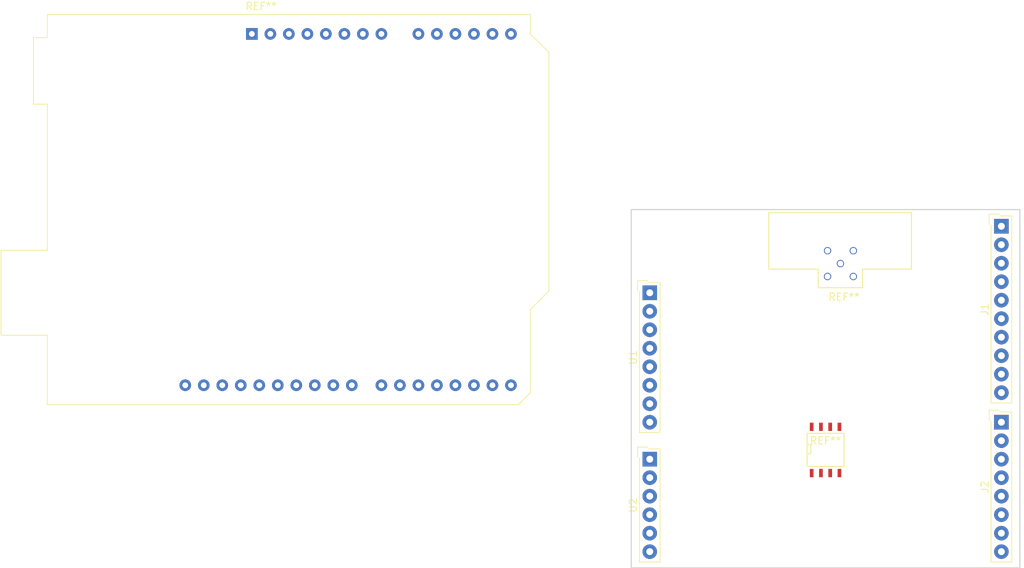
<source format=kicad_pcb>
(kicad_pcb (version 4) (host pcbnew 4.0.7)

  (general
    (links 0)
    (no_connects 0)
    (area 135.814999 101.524999 193.115001 151.855001)
    (thickness 1.6)
    (drawings 4)
    (tracks 0)
    (zones 0)
    (modules 7)
    (nets 33)
  )

  (page A4)
  (layers
    (0 F.Cu signal)
    (31 B.Cu signal)
    (32 B.Adhes user)
    (33 F.Adhes user)
    (34 B.Paste user)
    (35 F.Paste user)
    (36 B.SilkS user)
    (37 F.SilkS user)
    (38 B.Mask user)
    (39 F.Mask user)
    (40 Dwgs.User user)
    (41 Cmts.User user)
    (42 Eco1.User user)
    (43 Eco2.User user)
    (44 Edge.Cuts user)
    (45 Margin user)
    (46 B.CrtYd user)
    (47 F.CrtYd user)
    (48 B.Fab user)
    (49 F.Fab user)
  )

  (setup
    (last_trace_width 0.25)
    (trace_clearance 0.2)
    (zone_clearance 0.508)
    (zone_45_only no)
    (trace_min 0.2)
    (segment_width 0.2)
    (edge_width 0.15)
    (via_size 0.6)
    (via_drill 0.4)
    (via_min_size 0.4)
    (via_min_drill 0.3)
    (uvia_size 0.3)
    (uvia_drill 0.1)
    (uvias_allowed no)
    (uvia_min_size 0.2)
    (uvia_min_drill 0.1)
    (pcb_text_width 0.3)
    (pcb_text_size 1.5 1.5)
    (mod_edge_width 0.15)
    (mod_text_size 1 1)
    (mod_text_width 0.15)
    (pad_size 1.524 1.524)
    (pad_drill 0.762)
    (pad_to_mask_clearance 0.2)
    (aux_axis_origin 0 0)
    (visible_elements 7FFFFFFF)
    (pcbplotparams
      (layerselection 0x010f0_80000001)
      (usegerberextensions true)
      (excludeedgelayer true)
      (linewidth 0.100000)
      (plotframeref false)
      (viasonmask false)
      (mode 1)
      (useauxorigin false)
      (hpglpennumber 1)
      (hpglpenspeed 20)
      (hpglpendiameter 15)
      (hpglpenoverlay 2)
      (psnegative false)
      (psa4output false)
      (plotreference true)
      (plotvalue true)
      (plotinvisibletext false)
      (padsonsilk false)
      (subtractmaskfromsilk false)
      (outputformat 1)
      (mirror false)
      (drillshape 0)
      (scaleselection 1)
      (outputdirectory ""))
  )

  (net 0 "")
  (net 1 "Net-(U1-Pad1)")
  (net 2 "Net-(U1-Pad2)")
  (net 3 "Net-(U1-Pad3)")
  (net 4 "Net-(U1-Pad4)")
  (net 5 "Net-(U1-Pad5)")
  (net 6 "Net-(U1-Pad6)")
  (net 7 "Net-(U1-Pad7)")
  (net 8 "Net-(U1-Pad8)")
  (net 9 "Net-(U2-Pad1)")
  (net 10 "Net-(U2-Pad2)")
  (net 11 "Net-(U2-Pad3)")
  (net 12 "Net-(U2-Pad4)")
  (net 13 "Net-(U2-Pad5)")
  (net 14 "Net-(U2-Pad6)")
  (net 15 "Net-(J1-Pad1)")
  (net 16 "Net-(J1-Pad2)")
  (net 17 "Net-(J1-Pad3)")
  (net 18 "Net-(J1-Pad4)")
  (net 19 "Net-(J1-Pad5)")
  (net 20 "Net-(J1-Pad6)")
  (net 21 "Net-(J1-Pad7)")
  (net 22 "Net-(J1-Pad8)")
  (net 23 "Net-(J1-Pad9)")
  (net 24 "Net-(J1-Pad10)")
  (net 25 "Net-(J2-Pad1)")
  (net 26 "Net-(J2-Pad2)")
  (net 27 "Net-(J2-Pad3)")
  (net 28 "Net-(J2-Pad4)")
  (net 29 "Net-(J2-Pad5)")
  (net 30 "Net-(J2-Pad6)")
  (net 31 "Net-(J2-Pad7)")
  (net 32 "Net-(J2-Pad8)")

  (net_class Default "This is the default net class."
    (clearance 0.2)
    (trace_width 0.25)
    (via_dia 0.6)
    (via_drill 0.4)
    (uvia_dia 0.3)
    (uvia_drill 0.1)
    (add_net "Net-(J1-Pad1)")
    (add_net "Net-(J1-Pad10)")
    (add_net "Net-(J1-Pad2)")
    (add_net "Net-(J1-Pad3)")
    (add_net "Net-(J1-Pad4)")
    (add_net "Net-(J1-Pad5)")
    (add_net "Net-(J1-Pad6)")
    (add_net "Net-(J1-Pad7)")
    (add_net "Net-(J1-Pad8)")
    (add_net "Net-(J1-Pad9)")
    (add_net "Net-(J2-Pad1)")
    (add_net "Net-(J2-Pad2)")
    (add_net "Net-(J2-Pad3)")
    (add_net "Net-(J2-Pad4)")
    (add_net "Net-(J2-Pad5)")
    (add_net "Net-(J2-Pad6)")
    (add_net "Net-(J2-Pad7)")
    (add_net "Net-(J2-Pad8)")
    (add_net "Net-(U1-Pad1)")
    (add_net "Net-(U1-Pad2)")
    (add_net "Net-(U1-Pad3)")
    (add_net "Net-(U1-Pad4)")
    (add_net "Net-(U1-Pad5)")
    (add_net "Net-(U1-Pad6)")
    (add_net "Net-(U1-Pad7)")
    (add_net "Net-(U1-Pad8)")
    (add_net "Net-(U2-Pad1)")
    (add_net "Net-(U2-Pad2)")
    (add_net "Net-(U2-Pad3)")
    (add_net "Net-(U2-Pad4)")
    (add_net "Net-(U2-Pad5)")
    (add_net "Net-(U2-Pad6)")
  )

  (module Connectors_Samtec:SL-108-X-XX_1x08 (layer F.Cu) (tedit 59BD7D3C) (tstamp 59BD731A)
    (at 138.43 104.14)
    (descr "Low profile, screw machine socket strip, through hole, 100mil / 2.54mm pitch")
    (tags "samtec socket strip tht single")
    (path /59BD729D)
    (fp_text reference U1 (at -2.27 8.89 90) (layer F.SilkS)
      (effects (font (size 1 1) (thickness 0.15)))
    )
    (fp_text value CN6 (at 2.27 8.89 90) (layer F.Fab)
      (effects (font (size 1 1) (thickness 0.15)))
    )
    (fp_line (start -0.17 -1.42) (end 1.42 -1.42) (layer F.SilkS) (width 0.12))
    (fp_line (start 1.42 -1.42) (end 1.42 19.2) (layer F.SilkS) (width 0.12))
    (fp_line (start 1.42 19.2) (end -1.42 19.2) (layer F.SilkS) (width 0.12))
    (fp_line (start -1.42 19.2) (end -1.42 -0.17) (layer F.SilkS) (width 0.12))
    (fp_line (start -0.27 -1.67) (end -1.67 -1.67) (layer F.SilkS) (width 0.12))
    (fp_line (start -1.67 -1.67) (end -1.67 -0.27) (layer F.SilkS) (width 0.12))
    (fp_line (start -0.27 -1.67) (end -1.67 -1.67) (layer F.Fab) (width 0.1))
    (fp_line (start -1.67 -1.67) (end -1.67 -0.27) (layer F.Fab) (width 0.1))
    (fp_line (start -1.27 -1.27) (end -1.27 19.05) (layer F.Fab) (width 0.1))
    (fp_line (start -1.27 19.05) (end 1.27 19.05) (layer F.Fab) (width 0.1))
    (fp_line (start 1.27 19.05) (end 1.27 -1.27) (layer F.Fab) (width 0.1))
    (fp_line (start 1.27 -1.27) (end -1.27 -1.27) (layer F.Fab) (width 0.1))
    (fp_line (start -1.77 -1.77) (end -1.77 19.55) (layer F.CrtYd) (width 0.05))
    (fp_line (start -1.77 19.55) (end 1.77 19.55) (layer F.CrtYd) (width 0.05))
    (fp_line (start 1.77 19.55) (end 1.77 -1.77) (layer F.CrtYd) (width 0.05))
    (fp_line (start 1.77 -1.77) (end -1.77 -1.77) (layer F.CrtYd) (width 0.05))
    (fp_line (start -1.27 1.27) (end -1.07 1.27) (layer F.Fab) (width 0.1))
    (fp_line (start 1.27 1.27) (end 1.07 1.27) (layer F.Fab) (width 0.1))
    (fp_line (start -1.27 3.81) (end -1.07 3.81) (layer F.Fab) (width 0.1))
    (fp_line (start 1.27 3.81) (end 1.07 3.81) (layer F.Fab) (width 0.1))
    (fp_line (start -1.27 6.35) (end -1.07 6.35) (layer F.Fab) (width 0.1))
    (fp_line (start 1.27 6.35) (end 1.07 6.35) (layer F.Fab) (width 0.1))
    (fp_line (start -1.27 8.89) (end -1.07 8.89) (layer F.Fab) (width 0.1))
    (fp_line (start 1.27 8.89) (end 1.07 8.89) (layer F.Fab) (width 0.1))
    (fp_line (start -1.27 11.43) (end -1.07 11.43) (layer F.Fab) (width 0.1))
    (fp_line (start 1.27 11.43) (end 1.07 11.43) (layer F.Fab) (width 0.1))
    (fp_line (start -1.27 13.97) (end -1.07 13.97) (layer F.Fab) (width 0.1))
    (fp_line (start 1.27 13.97) (end 1.07 13.97) (layer F.Fab) (width 0.1))
    (fp_line (start -1.27 16.51) (end -1.07 16.51) (layer F.Fab) (width 0.1))
    (fp_line (start 1.27 16.51) (end 1.07 16.51) (layer F.Fab) (width 0.1))
    (fp_line (start -1.27 19.05) (end -1.07 19.05) (layer F.Fab) (width 0.1))
    (fp_line (start 1.27 19.05) (end 1.07 19.05) (layer F.Fab) (width 0.1))
    (fp_text user %R (at 0 8.89 90) (layer F.Fab)
      (effects (font (size 1 1) (thickness 0.15)))
    )
    (pad 1 thru_hole rect (at 0 0) (size 2 2) (drill 0.95) (layers *.Cu *.Mask)
      (net 1 "Net-(U1-Pad1)"))
    (pad 2 thru_hole circle (at 0 2.54) (size 2 2) (drill 0.95) (layers *.Cu *.Mask)
      (net 2 "Net-(U1-Pad2)"))
    (pad 3 thru_hole circle (at 0 5.08) (size 2 2) (drill 0.95) (layers *.Cu *.Mask)
      (net 3 "Net-(U1-Pad3)"))
    (pad 4 thru_hole circle (at 0 7.62) (size 2 2) (drill 0.95) (layers *.Cu *.Mask)
      (net 4 "Net-(U1-Pad4)"))
    (pad 5 thru_hole circle (at 0 10.16) (size 2 2) (drill 0.95) (layers *.Cu *.Mask)
      (net 5 "Net-(U1-Pad5)"))
    (pad 6 thru_hole circle (at 0 12.7) (size 2 2) (drill 0.95) (layers *.Cu *.Mask)
      (net 6 "Net-(U1-Pad6)"))
    (pad 7 thru_hole circle (at 0 15.24) (size 2 2) (drill 0.95) (layers *.Cu *.Mask)
      (net 7 "Net-(U1-Pad7)"))
    (pad 8 thru_hole circle (at 0 17.78) (size 2 2) (drill 0.95) (layers *.Cu *.Mask)
      (net 8 "Net-(U1-Pad8)"))
    (model ${KISYS3DMOD}/Connectors_Samtec.3dshapes/SL-108-X-XX_1x08.wrl
      (at (xyz 0 0 0))
      (scale (xyz 1 1 1))
      (rotate (xyz 0 0 0))
    )
  )

  (module Connectors_Samtec:SL-106-X-XX_1x06 (layer F.Cu) (tedit 590274D5) (tstamp 59BD7324)
    (at 138.43 127)
    (descr "Low profile, screw machine socket strip, through hole, 100mil / 2.54mm pitch")
    (tags "samtec socket strip tht single")
    (path /59BD72E8)
    (fp_text reference U2 (at -2.27 6.35 90) (layer F.SilkS)
      (effects (font (size 1 1) (thickness 0.15)))
    )
    (fp_text value CN8 (at 2.27 6.35 90) (layer F.Fab)
      (effects (font (size 1 1) (thickness 0.15)))
    )
    (fp_line (start -0.17 -1.42) (end 1.42 -1.42) (layer F.SilkS) (width 0.12))
    (fp_line (start 1.42 -1.42) (end 1.42 14.12) (layer F.SilkS) (width 0.12))
    (fp_line (start 1.42 14.12) (end -1.42 14.12) (layer F.SilkS) (width 0.12))
    (fp_line (start -1.42 14.12) (end -1.42 -0.17) (layer F.SilkS) (width 0.12))
    (fp_line (start -0.27 -1.67) (end -1.67 -1.67) (layer F.SilkS) (width 0.12))
    (fp_line (start -1.67 -1.67) (end -1.67 -0.27) (layer F.SilkS) (width 0.12))
    (fp_line (start -0.27 -1.67) (end -1.67 -1.67) (layer F.Fab) (width 0.1))
    (fp_line (start -1.67 -1.67) (end -1.67 -0.27) (layer F.Fab) (width 0.1))
    (fp_line (start -1.27 -1.27) (end -1.27 13.97) (layer F.Fab) (width 0.1))
    (fp_line (start -1.27 13.97) (end 1.27 13.97) (layer F.Fab) (width 0.1))
    (fp_line (start 1.27 13.97) (end 1.27 -1.27) (layer F.Fab) (width 0.1))
    (fp_line (start 1.27 -1.27) (end -1.27 -1.27) (layer F.Fab) (width 0.1))
    (fp_line (start -1.77 -1.77) (end -1.77 14.47) (layer F.CrtYd) (width 0.05))
    (fp_line (start -1.77 14.47) (end 1.77 14.47) (layer F.CrtYd) (width 0.05))
    (fp_line (start 1.77 14.47) (end 1.77 -1.77) (layer F.CrtYd) (width 0.05))
    (fp_line (start 1.77 -1.77) (end -1.77 -1.77) (layer F.CrtYd) (width 0.05))
    (fp_line (start -1.27 1.27) (end -1.07 1.27) (layer F.Fab) (width 0.1))
    (fp_line (start 1.27 1.27) (end 1.07 1.27) (layer F.Fab) (width 0.1))
    (fp_line (start -1.27 3.81) (end -1.07 3.81) (layer F.Fab) (width 0.1))
    (fp_line (start 1.27 3.81) (end 1.07 3.81) (layer F.Fab) (width 0.1))
    (fp_line (start -1.27 6.35) (end -1.07 6.35) (layer F.Fab) (width 0.1))
    (fp_line (start 1.27 6.35) (end 1.07 6.35) (layer F.Fab) (width 0.1))
    (fp_line (start -1.27 8.89) (end -1.07 8.89) (layer F.Fab) (width 0.1))
    (fp_line (start 1.27 8.89) (end 1.07 8.89) (layer F.Fab) (width 0.1))
    (fp_line (start -1.27 11.43) (end -1.07 11.43) (layer F.Fab) (width 0.1))
    (fp_line (start 1.27 11.43) (end 1.07 11.43) (layer F.Fab) (width 0.1))
    (fp_line (start -1.27 13.97) (end -1.07 13.97) (layer F.Fab) (width 0.1))
    (fp_line (start 1.27 13.97) (end 1.07 13.97) (layer F.Fab) (width 0.1))
    (fp_text user %R (at 0 6.35 90) (layer F.Fab)
      (effects (font (size 1 1) (thickness 0.15)))
    )
    (pad 1 thru_hole rect (at 0 0) (size 2 2) (drill 0.95) (layers *.Cu *.Mask)
      (net 9 "Net-(U2-Pad1)"))
    (pad 2 thru_hole circle (at 0 2.54) (size 2 2) (drill 0.95) (layers *.Cu *.Mask)
      (net 10 "Net-(U2-Pad2)"))
    (pad 3 thru_hole circle (at 0 5.08) (size 2 2) (drill 0.95) (layers *.Cu *.Mask)
      (net 11 "Net-(U2-Pad3)"))
    (pad 4 thru_hole circle (at 0 7.62) (size 2 2) (drill 0.95) (layers *.Cu *.Mask)
      (net 12 "Net-(U2-Pad4)"))
    (pad 5 thru_hole circle (at 0 10.16) (size 2 2) (drill 0.95) (layers *.Cu *.Mask)
      (net 13 "Net-(U2-Pad5)"))
    (pad 6 thru_hole circle (at 0 12.7) (size 2 2) (drill 0.95) (layers *.Cu *.Mask)
      (net 14 "Net-(U2-Pad6)"))
    (model ${KISYS3DMOD}/Connectors_Samtec.3dshapes/SL-106-X-XX_1x06.wrl
      (at (xyz 0 0 0))
      (scale (xyz 1 1 1))
      (rotate (xyz 0 0 0))
    )
  )

  (module Connectors_Samtec:SL-110-X-XX_1x10 (layer F.Cu) (tedit 590274D5) (tstamp 59C449CB)
    (at 186.69 95)
    (descr "Low profile, screw machine socket strip, through hole, 100mil / 2.54mm pitch")
    (tags "samtec socket strip tht single")
    (path /59C43F10)
    (fp_text reference J1 (at -2.27 11.43 90) (layer F.SilkS)
      (effects (font (size 1 1) (thickness 0.15)))
    )
    (fp_text value CN5 (at 2.27 11.43 90) (layer F.Fab)
      (effects (font (size 1 1) (thickness 0.15)))
    )
    (fp_line (start -0.17 -1.42) (end 1.42 -1.42) (layer F.SilkS) (width 0.12))
    (fp_line (start 1.42 -1.42) (end 1.42 24.28) (layer F.SilkS) (width 0.12))
    (fp_line (start 1.42 24.28) (end -1.42 24.28) (layer F.SilkS) (width 0.12))
    (fp_line (start -1.42 24.28) (end -1.42 -0.17) (layer F.SilkS) (width 0.12))
    (fp_line (start -0.27 -1.67) (end -1.67 -1.67) (layer F.SilkS) (width 0.12))
    (fp_line (start -1.67 -1.67) (end -1.67 -0.27) (layer F.SilkS) (width 0.12))
    (fp_line (start -0.27 -1.67) (end -1.67 -1.67) (layer F.Fab) (width 0.1))
    (fp_line (start -1.67 -1.67) (end -1.67 -0.27) (layer F.Fab) (width 0.1))
    (fp_line (start -1.27 -1.27) (end -1.27 24.13) (layer F.Fab) (width 0.1))
    (fp_line (start -1.27 24.13) (end 1.27 24.13) (layer F.Fab) (width 0.1))
    (fp_line (start 1.27 24.13) (end 1.27 -1.27) (layer F.Fab) (width 0.1))
    (fp_line (start 1.27 -1.27) (end -1.27 -1.27) (layer F.Fab) (width 0.1))
    (fp_line (start -1.77 -1.77) (end -1.77 24.63) (layer F.CrtYd) (width 0.05))
    (fp_line (start -1.77 24.63) (end 1.77 24.63) (layer F.CrtYd) (width 0.05))
    (fp_line (start 1.77 24.63) (end 1.77 -1.77) (layer F.CrtYd) (width 0.05))
    (fp_line (start 1.77 -1.77) (end -1.77 -1.77) (layer F.CrtYd) (width 0.05))
    (fp_line (start -1.27 1.27) (end -1.07 1.27) (layer F.Fab) (width 0.1))
    (fp_line (start 1.27 1.27) (end 1.07 1.27) (layer F.Fab) (width 0.1))
    (fp_line (start -1.27 3.81) (end -1.07 3.81) (layer F.Fab) (width 0.1))
    (fp_line (start 1.27 3.81) (end 1.07 3.81) (layer F.Fab) (width 0.1))
    (fp_line (start -1.27 6.35) (end -1.07 6.35) (layer F.Fab) (width 0.1))
    (fp_line (start 1.27 6.35) (end 1.07 6.35) (layer F.Fab) (width 0.1))
    (fp_line (start -1.27 8.89) (end -1.07 8.89) (layer F.Fab) (width 0.1))
    (fp_line (start 1.27 8.89) (end 1.07 8.89) (layer F.Fab) (width 0.1))
    (fp_line (start -1.27 11.43) (end -1.07 11.43) (layer F.Fab) (width 0.1))
    (fp_line (start 1.27 11.43) (end 1.07 11.43) (layer F.Fab) (width 0.1))
    (fp_line (start -1.27 13.97) (end -1.07 13.97) (layer F.Fab) (width 0.1))
    (fp_line (start 1.27 13.97) (end 1.07 13.97) (layer F.Fab) (width 0.1))
    (fp_line (start -1.27 16.51) (end -1.07 16.51) (layer F.Fab) (width 0.1))
    (fp_line (start 1.27 16.51) (end 1.07 16.51) (layer F.Fab) (width 0.1))
    (fp_line (start -1.27 19.05) (end -1.07 19.05) (layer F.Fab) (width 0.1))
    (fp_line (start 1.27 19.05) (end 1.07 19.05) (layer F.Fab) (width 0.1))
    (fp_line (start -1.27 21.59) (end -1.07 21.59) (layer F.Fab) (width 0.1))
    (fp_line (start 1.27 21.59) (end 1.07 21.59) (layer F.Fab) (width 0.1))
    (fp_line (start -1.27 24.13) (end -1.07 24.13) (layer F.Fab) (width 0.1))
    (fp_line (start 1.27 24.13) (end 1.07 24.13) (layer F.Fab) (width 0.1))
    (fp_text user %R (at 0 11.43 90) (layer F.Fab)
      (effects (font (size 1 1) (thickness 0.15)))
    )
    (pad 1 thru_hole rect (at 0 0) (size 2 2) (drill 0.95) (layers *.Cu *.Mask)
      (net 15 "Net-(J1-Pad1)"))
    (pad 2 thru_hole circle (at 0 2.54) (size 2 2) (drill 0.95) (layers *.Cu *.Mask)
      (net 16 "Net-(J1-Pad2)"))
    (pad 3 thru_hole circle (at 0 5.08) (size 2 2) (drill 0.95) (layers *.Cu *.Mask)
      (net 17 "Net-(J1-Pad3)"))
    (pad 4 thru_hole circle (at 0 7.62) (size 2 2) (drill 0.95) (layers *.Cu *.Mask)
      (net 18 "Net-(J1-Pad4)"))
    (pad 5 thru_hole circle (at 0 10.16) (size 2 2) (drill 0.95) (layers *.Cu *.Mask)
      (net 19 "Net-(J1-Pad5)"))
    (pad 6 thru_hole circle (at 0 12.7) (size 2 2) (drill 0.95) (layers *.Cu *.Mask)
      (net 20 "Net-(J1-Pad6)"))
    (pad 7 thru_hole circle (at 0 15.24) (size 2 2) (drill 0.95) (layers *.Cu *.Mask)
      (net 21 "Net-(J1-Pad7)"))
    (pad 8 thru_hole circle (at 0 17.78) (size 2 2) (drill 0.95) (layers *.Cu *.Mask)
      (net 22 "Net-(J1-Pad8)"))
    (pad 9 thru_hole circle (at 0 20.32) (size 2 2) (drill 0.95) (layers *.Cu *.Mask)
      (net 23 "Net-(J1-Pad9)"))
    (pad 10 thru_hole circle (at 0 22.86) (size 2 2) (drill 0.95) (layers *.Cu *.Mask)
      (net 24 "Net-(J1-Pad10)"))
    (model ${KISYS3DMOD}/Connectors_Samtec.3dshapes/SL-110-X-XX_1x10.wrl
      (at (xyz 0 0 0))
      (scale (xyz 1 1 1))
      (rotate (xyz 0 0 0))
    )
  )

  (module Connectors_Samtec:SL-108-X-XX_1x08 (layer F.Cu) (tedit 590274D5) (tstamp 59C449F8)
    (at 186.69 121.92)
    (descr "Low profile, screw machine socket strip, through hole, 100mil / 2.54mm pitch")
    (tags "samtec socket strip tht single")
    (path /59C43F5D)
    (fp_text reference J2 (at -2.27 8.89 90) (layer F.SilkS)
      (effects (font (size 1 1) (thickness 0.15)))
    )
    (fp_text value CN9 (at 2.27 8.89 90) (layer F.Fab)
      (effects (font (size 1 1) (thickness 0.15)))
    )
    (fp_line (start -0.17 -1.42) (end 1.42 -1.42) (layer F.SilkS) (width 0.12))
    (fp_line (start 1.42 -1.42) (end 1.42 19.2) (layer F.SilkS) (width 0.12))
    (fp_line (start 1.42 19.2) (end -1.42 19.2) (layer F.SilkS) (width 0.12))
    (fp_line (start -1.42 19.2) (end -1.42 -0.17) (layer F.SilkS) (width 0.12))
    (fp_line (start -0.27 -1.67) (end -1.67 -1.67) (layer F.SilkS) (width 0.12))
    (fp_line (start -1.67 -1.67) (end -1.67 -0.27) (layer F.SilkS) (width 0.12))
    (fp_line (start -0.27 -1.67) (end -1.67 -1.67) (layer F.Fab) (width 0.1))
    (fp_line (start -1.67 -1.67) (end -1.67 -0.27) (layer F.Fab) (width 0.1))
    (fp_line (start -1.27 -1.27) (end -1.27 19.05) (layer F.Fab) (width 0.1))
    (fp_line (start -1.27 19.05) (end 1.27 19.05) (layer F.Fab) (width 0.1))
    (fp_line (start 1.27 19.05) (end 1.27 -1.27) (layer F.Fab) (width 0.1))
    (fp_line (start 1.27 -1.27) (end -1.27 -1.27) (layer F.Fab) (width 0.1))
    (fp_line (start -1.77 -1.77) (end -1.77 19.55) (layer F.CrtYd) (width 0.05))
    (fp_line (start -1.77 19.55) (end 1.77 19.55) (layer F.CrtYd) (width 0.05))
    (fp_line (start 1.77 19.55) (end 1.77 -1.77) (layer F.CrtYd) (width 0.05))
    (fp_line (start 1.77 -1.77) (end -1.77 -1.77) (layer F.CrtYd) (width 0.05))
    (fp_line (start -1.27 1.27) (end -1.07 1.27) (layer F.Fab) (width 0.1))
    (fp_line (start 1.27 1.27) (end 1.07 1.27) (layer F.Fab) (width 0.1))
    (fp_line (start -1.27 3.81) (end -1.07 3.81) (layer F.Fab) (width 0.1))
    (fp_line (start 1.27 3.81) (end 1.07 3.81) (layer F.Fab) (width 0.1))
    (fp_line (start -1.27 6.35) (end -1.07 6.35) (layer F.Fab) (width 0.1))
    (fp_line (start 1.27 6.35) (end 1.07 6.35) (layer F.Fab) (width 0.1))
    (fp_line (start -1.27 8.89) (end -1.07 8.89) (layer F.Fab) (width 0.1))
    (fp_line (start 1.27 8.89) (end 1.07 8.89) (layer F.Fab) (width 0.1))
    (fp_line (start -1.27 11.43) (end -1.07 11.43) (layer F.Fab) (width 0.1))
    (fp_line (start 1.27 11.43) (end 1.07 11.43) (layer F.Fab) (width 0.1))
    (fp_line (start -1.27 13.97) (end -1.07 13.97) (layer F.Fab) (width 0.1))
    (fp_line (start 1.27 13.97) (end 1.07 13.97) (layer F.Fab) (width 0.1))
    (fp_line (start -1.27 16.51) (end -1.07 16.51) (layer F.Fab) (width 0.1))
    (fp_line (start 1.27 16.51) (end 1.07 16.51) (layer F.Fab) (width 0.1))
    (fp_line (start -1.27 19.05) (end -1.07 19.05) (layer F.Fab) (width 0.1))
    (fp_line (start 1.27 19.05) (end 1.07 19.05) (layer F.Fab) (width 0.1))
    (fp_text user %R (at 0 8.89 90) (layer F.Fab)
      (effects (font (size 1 1) (thickness 0.15)))
    )
    (pad 1 thru_hole rect (at 0 0) (size 2 2) (drill 0.95) (layers *.Cu *.Mask)
      (net 25 "Net-(J2-Pad1)"))
    (pad 2 thru_hole circle (at 0 2.54) (size 2 2) (drill 0.95) (layers *.Cu *.Mask)
      (net 26 "Net-(J2-Pad2)"))
    (pad 3 thru_hole circle (at 0 5.08) (size 2 2) (drill 0.95) (layers *.Cu *.Mask)
      (net 27 "Net-(J2-Pad3)"))
    (pad 4 thru_hole circle (at 0 7.62) (size 2 2) (drill 0.95) (layers *.Cu *.Mask)
      (net 28 "Net-(J2-Pad4)"))
    (pad 5 thru_hole circle (at 0 10.16) (size 2 2) (drill 0.95) (layers *.Cu *.Mask)
      (net 29 "Net-(J2-Pad5)"))
    (pad 6 thru_hole circle (at 0 12.7) (size 2 2) (drill 0.95) (layers *.Cu *.Mask)
      (net 30 "Net-(J2-Pad6)"))
    (pad 7 thru_hole circle (at 0 15.24) (size 2 2) (drill 0.95) (layers *.Cu *.Mask)
      (net 31 "Net-(J2-Pad7)"))
    (pad 8 thru_hole circle (at 0 17.78) (size 2 2) (drill 0.95) (layers *.Cu *.Mask)
      (net 32 "Net-(J2-Pad8)"))
    (model ${KISYS3DMOD}/Connectors_Samtec.3dshapes/SL-108-X-XX_1x08.wrl
      (at (xyz 0 0 0))
      (scale (xyz 1 1 1))
      (rotate (xyz 0 0 0))
    )
  )

  (module MotorControllerStuff:CANadapter (layer F.Cu) (tedit 59DED71D) (tstamp 59DED7BC)
    (at 165.1 99.63)
    (fp_text reference REF** (at 0 5.08) (layer F.SilkS)
      (effects (font (size 1 1) (thickness 0.15)))
    )
    (fp_text value CANadapter (at 0 -7.62) (layer F.Fab)
      (effects (font (size 1 1) (thickness 0.15)))
    )
    (fp_line (start -10.25 -6.5) (end 9.25 -6.5) (layer F.SilkS) (width 0.15))
    (fp_line (start -9.89 1.27) (end -3.54 1.27) (layer F.SilkS) (width 0.15))
    (fp_line (start -3.54 1.27) (end -3.54 3.81) (layer F.SilkS) (width 0.15))
    (fp_line (start -3.54 3.81) (end 2.54 3.81) (layer F.SilkS) (width 0.15))
    (fp_line (start 2.54 3.81) (end 2.54 1.27) (layer F.SilkS) (width 0.15))
    (fp_line (start 2.54 1.27) (end 9.25 1.27) (layer F.SilkS) (width 0.15))
    (fp_line (start 9.25 1.27) (end 9.25 -6.5) (layer F.SilkS) (width 0.15))
    (fp_line (start -10.34 -6.5) (end -10.34 1.27) (layer F.SilkS) (width 0.15))
    (fp_line (start -10.25 1.27) (end -8.89 1.27) (layer F.SilkS) (width 0.15))
    (pad 1 thru_hole circle (at 1.27 -1.27) (size 1 1) (drill 0.762) (layers *.Cu *.Mask))
    (pad 2 thru_hole circle (at -2.27 -1.27) (size 1 1) (drill 0.762) (layers *.Cu *.Mask))
    (pad 3 thru_hole circle (at 1.27 2.27) (size 1 1) (drill 0.762) (layers *.Cu *.Mask))
    (pad 4 thru_hole circle (at -2.27 2.27) (size 1 1) (drill 0.762) (layers *.Cu *.Mask))
    (pad 5 thru_hole circle (at -0.5 0.5) (size 1 1) (drill 0.762) (layers *.Cu *.Mask))
  )

  (module SMD_Packages:SOIC-8-N (layer F.Cu) (tedit 0) (tstamp 59DED968)
    (at 162.56 125.73)
    (descr "Module Narrow CMS SOJ 8 pins large")
    (tags "CMS SOJ")
    (attr smd)
    (fp_text reference REF** (at 0 -1.27) (layer F.SilkS)
      (effects (font (size 1 1) (thickness 0.15)))
    )
    (fp_text value SOIC-8-N (at 0 1.27) (layer F.Fab)
      (effects (font (size 1 1) (thickness 0.15)))
    )
    (fp_line (start -2.54 -2.286) (end 2.54 -2.286) (layer F.SilkS) (width 0.15))
    (fp_line (start 2.54 -2.286) (end 2.54 2.286) (layer F.SilkS) (width 0.15))
    (fp_line (start 2.54 2.286) (end -2.54 2.286) (layer F.SilkS) (width 0.15))
    (fp_line (start -2.54 2.286) (end -2.54 -2.286) (layer F.SilkS) (width 0.15))
    (fp_line (start -2.54 -0.762) (end -2.032 -0.762) (layer F.SilkS) (width 0.15))
    (fp_line (start -2.032 -0.762) (end -2.032 0.508) (layer F.SilkS) (width 0.15))
    (fp_line (start -2.032 0.508) (end -2.54 0.508) (layer F.SilkS) (width 0.15))
    (pad 8 smd rect (at -1.905 -3.175) (size 0.508 1.143) (layers F.Cu F.Paste F.Mask))
    (pad 7 smd rect (at -0.635 -3.175) (size 0.508 1.143) (layers F.Cu F.Paste F.Mask))
    (pad 6 smd rect (at 0.635 -3.175) (size 0.508 1.143) (layers F.Cu F.Paste F.Mask))
    (pad 5 smd rect (at 1.905 -3.175) (size 0.508 1.143) (layers F.Cu F.Paste F.Mask))
    (pad 4 smd rect (at 1.905 3.175) (size 0.508 1.143) (layers F.Cu F.Paste F.Mask))
    (pad 3 smd rect (at 0.635 3.175) (size 0.508 1.143) (layers F.Cu F.Paste F.Mask))
    (pad 2 smd rect (at -0.635 3.175) (size 0.508 1.143) (layers F.Cu F.Paste F.Mask))
    (pad 1 smd rect (at -1.905 3.175) (size 0.508 1.143) (layers F.Cu F.Paste F.Mask))
    (model SMD_Packages.3dshapes/SOIC-8-N.wrl
      (at (xyz 0 0 0))
      (scale (xyz 0.5 0.38 0.5))
      (rotate (xyz 0 0 0))
    )
  )

  (module Modules:Arduino_UNO_R3 (layer F.Cu) (tedit 58AB60FC) (tstamp 59DEDAFA)
    (at 83.82 68.58)
    (descr "Arduino UNO R3, http://www.mouser.com/pdfdocs/Gravitech_Arduino_Nano3_0.pdf")
    (tags "Arduino UNO R3")
    (fp_text reference REF** (at 1.27 -3.81 180) (layer F.SilkS)
      (effects (font (size 1 1) (thickness 0.15)))
    )
    (fp_text value Arduino_UNO_R3 (at 0 22.86) (layer F.Fab)
      (effects (font (size 1 1) (thickness 0.15)))
    )
    (fp_text user %R (at 0 20.32 180) (layer F.Fab)
      (effects (font (size 1 1) (thickness 0.15)))
    )
    (fp_line (start 38.35 -2.79) (end 38.35 0) (layer F.CrtYd) (width 0.05))
    (fp_line (start 38.35 0) (end 40.89 2.54) (layer F.CrtYd) (width 0.05))
    (fp_line (start 40.89 2.54) (end 40.89 35.31) (layer F.CrtYd) (width 0.05))
    (fp_line (start 40.89 35.31) (end 38.35 37.85) (layer F.CrtYd) (width 0.05))
    (fp_line (start 38.35 37.85) (end 38.35 49.28) (layer F.CrtYd) (width 0.05))
    (fp_line (start 38.35 49.28) (end 36.58 51.05) (layer F.CrtYd) (width 0.05))
    (fp_line (start 36.58 51.05) (end -28.19 51.05) (layer F.CrtYd) (width 0.05))
    (fp_line (start -28.19 51.05) (end -28.19 41.53) (layer F.CrtYd) (width 0.05))
    (fp_line (start -28.19 41.53) (end -34.54 41.53) (layer F.CrtYd) (width 0.05))
    (fp_line (start -34.54 41.53) (end -34.54 29.59) (layer F.CrtYd) (width 0.05))
    (fp_line (start -34.54 29.59) (end -28.19 29.59) (layer F.CrtYd) (width 0.05))
    (fp_line (start -28.19 29.59) (end -28.19 9.78) (layer F.CrtYd) (width 0.05))
    (fp_line (start -28.19 9.78) (end -30.1 9.78) (layer F.CrtYd) (width 0.05))
    (fp_line (start -30.1 9.78) (end -30.1 0.38) (layer F.CrtYd) (width 0.05))
    (fp_line (start -30.1 0.38) (end -28.19 0.38) (layer F.CrtYd) (width 0.05))
    (fp_line (start -28.19 0.38) (end -28.19 -2.79) (layer F.CrtYd) (width 0.05))
    (fp_line (start -28.19 -2.79) (end 38.35 -2.79) (layer F.CrtYd) (width 0.05))
    (fp_line (start 40.77 35.31) (end 40.77 2.54) (layer F.SilkS) (width 0.12))
    (fp_line (start 40.77 2.54) (end 38.23 0) (layer F.SilkS) (width 0.12))
    (fp_line (start 38.23 0) (end 38.23 -2.67) (layer F.SilkS) (width 0.12))
    (fp_line (start 38.23 -2.67) (end -28.07 -2.67) (layer F.SilkS) (width 0.12))
    (fp_line (start -28.07 -2.67) (end -28.07 0.51) (layer F.SilkS) (width 0.12))
    (fp_line (start -28.07 0.51) (end -29.97 0.51) (layer F.SilkS) (width 0.12))
    (fp_line (start -29.97 0.51) (end -29.97 9.65) (layer F.SilkS) (width 0.12))
    (fp_line (start -29.97 9.65) (end -28.07 9.65) (layer F.SilkS) (width 0.12))
    (fp_line (start -28.07 9.65) (end -28.07 29.72) (layer F.SilkS) (width 0.12))
    (fp_line (start -28.07 29.72) (end -34.42 29.72) (layer F.SilkS) (width 0.12))
    (fp_line (start -34.42 29.72) (end -34.42 41.4) (layer F.SilkS) (width 0.12))
    (fp_line (start -34.42 41.4) (end -28.07 41.4) (layer F.SilkS) (width 0.12))
    (fp_line (start -28.07 41.4) (end -28.07 50.93) (layer F.SilkS) (width 0.12))
    (fp_line (start -28.07 50.93) (end 36.58 50.93) (layer F.SilkS) (width 0.12))
    (fp_line (start 36.58 50.93) (end 38.23 49.28) (layer F.SilkS) (width 0.12))
    (fp_line (start 38.23 49.28) (end 38.23 37.85) (layer F.SilkS) (width 0.12))
    (fp_line (start 38.23 37.85) (end 40.77 35.31) (layer F.SilkS) (width 0.12))
    (fp_line (start -34.29 29.84) (end -18.41 29.84) (layer F.Fab) (width 0.1))
    (fp_line (start -18.41 29.84) (end -18.41 41.27) (layer F.Fab) (width 0.1))
    (fp_line (start -18.41 41.27) (end -34.29 41.27) (layer F.Fab) (width 0.1))
    (fp_line (start -34.29 41.27) (end -34.29 29.84) (layer F.Fab) (width 0.1))
    (fp_line (start -29.84 0.64) (end -16.51 0.64) (layer F.Fab) (width 0.1))
    (fp_line (start -16.51 0.64) (end -16.51 9.53) (layer F.Fab) (width 0.1))
    (fp_line (start -16.51 9.53) (end -29.84 9.53) (layer F.Fab) (width 0.1))
    (fp_line (start -29.84 9.53) (end -29.84 0.64) (layer F.Fab) (width 0.1))
    (fp_line (start 38.1 37.85) (end 38.1 49.28) (layer F.Fab) (width 0.1))
    (fp_line (start 40.64 2.54) (end 40.64 35.31) (layer F.Fab) (width 0.1))
    (fp_line (start 40.64 35.31) (end 38.1 37.85) (layer F.Fab) (width 0.1))
    (fp_line (start 38.1 -2.54) (end 38.1 0) (layer F.Fab) (width 0.1))
    (fp_line (start 38.1 0) (end 40.64 2.54) (layer F.Fab) (width 0.1))
    (fp_line (start 38.1 49.28) (end 36.58 50.8) (layer F.Fab) (width 0.1))
    (fp_line (start 36.58 50.8) (end -27.94 50.8) (layer F.Fab) (width 0.1))
    (fp_line (start -27.94 50.8) (end -27.94 -2.54) (layer F.Fab) (width 0.1))
    (fp_line (start -27.94 -2.54) (end 38.1 -2.54) (layer F.Fab) (width 0.1))
    (pad 32 thru_hole oval (at -9.14 48.26 90) (size 1.6 1.6) (drill 0.8) (layers *.Cu *.Mask))
    (pad 31 thru_hole oval (at -6.6 48.26 90) (size 1.6 1.6) (drill 0.8) (layers *.Cu *.Mask))
    (pad 1 thru_hole rect (at 0 0 90) (size 1.6 1.6) (drill 0.8) (layers *.Cu *.Mask))
    (pad 17 thru_hole oval (at 30.48 48.26 90) (size 1.6 1.6) (drill 0.8) (layers *.Cu *.Mask))
    (pad 2 thru_hole oval (at 2.54 0 90) (size 1.6 1.6) (drill 0.8) (layers *.Cu *.Mask))
    (pad 18 thru_hole oval (at 27.94 48.26 90) (size 1.6 1.6) (drill 0.8) (layers *.Cu *.Mask))
    (pad 3 thru_hole oval (at 5.08 0 90) (size 1.6 1.6) (drill 0.8) (layers *.Cu *.Mask))
    (pad 19 thru_hole oval (at 25.4 48.26 90) (size 1.6 1.6) (drill 0.8) (layers *.Cu *.Mask))
    (pad 4 thru_hole oval (at 7.62 0 90) (size 1.6 1.6) (drill 0.8) (layers *.Cu *.Mask))
    (pad 20 thru_hole oval (at 22.86 48.26 90) (size 1.6 1.6) (drill 0.8) (layers *.Cu *.Mask))
    (pad 5 thru_hole oval (at 10.16 0 90) (size 1.6 1.6) (drill 0.8) (layers *.Cu *.Mask))
    (pad 21 thru_hole oval (at 20.32 48.26 90) (size 1.6 1.6) (drill 0.8) (layers *.Cu *.Mask))
    (pad 6 thru_hole oval (at 12.7 0 90) (size 1.6 1.6) (drill 0.8) (layers *.Cu *.Mask))
    (pad 22 thru_hole oval (at 17.78 48.26 90) (size 1.6 1.6) (drill 0.8) (layers *.Cu *.Mask))
    (pad 7 thru_hole oval (at 15.24 0 90) (size 1.6 1.6) (drill 0.8) (layers *.Cu *.Mask))
    (pad 23 thru_hole oval (at 13.72 48.26 90) (size 1.6 1.6) (drill 0.8) (layers *.Cu *.Mask))
    (pad 8 thru_hole oval (at 17.78 0 90) (size 1.6 1.6) (drill 0.8) (layers *.Cu *.Mask))
    (pad 24 thru_hole oval (at 11.18 48.26 90) (size 1.6 1.6) (drill 0.8) (layers *.Cu *.Mask))
    (pad 9 thru_hole oval (at 22.86 0 90) (size 1.6 1.6) (drill 0.8) (layers *.Cu *.Mask))
    (pad 25 thru_hole oval (at 8.64 48.26 90) (size 1.6 1.6) (drill 0.8) (layers *.Cu *.Mask))
    (pad 10 thru_hole oval (at 25.4 0 90) (size 1.6 1.6) (drill 0.8) (layers *.Cu *.Mask))
    (pad 26 thru_hole oval (at 6.1 48.26 90) (size 1.6 1.6) (drill 0.8) (layers *.Cu *.Mask))
    (pad 11 thru_hole oval (at 27.94 0 90) (size 1.6 1.6) (drill 0.8) (layers *.Cu *.Mask))
    (pad 27 thru_hole oval (at 3.56 48.26 90) (size 1.6 1.6) (drill 0.8) (layers *.Cu *.Mask))
    (pad 12 thru_hole oval (at 30.48 0 90) (size 1.6 1.6) (drill 0.8) (layers *.Cu *.Mask))
    (pad 28 thru_hole oval (at 1.02 48.26 90) (size 1.6 1.6) (drill 0.8) (layers *.Cu *.Mask))
    (pad 13 thru_hole oval (at 33.02 0 90) (size 1.6 1.6) (drill 0.8) (layers *.Cu *.Mask))
    (pad 29 thru_hole oval (at -1.52 48.26 90) (size 1.6 1.6) (drill 0.8) (layers *.Cu *.Mask))
    (pad 14 thru_hole oval (at 35.56 0 90) (size 1.6 1.6) (drill 0.8) (layers *.Cu *.Mask))
    (pad 30 thru_hole oval (at -4.06 48.26 90) (size 1.6 1.6) (drill 0.8) (layers *.Cu *.Mask))
    (pad 15 thru_hole oval (at 35.56 48.26 90) (size 1.6 1.6) (drill 0.8) (layers *.Cu *.Mask))
    (pad 16 thru_hole oval (at 33.02 48.26 90) (size 1.6 1.6) (drill 0.8) (layers *.Cu *.Mask))
  )

  (gr_line (start 189.23 92.71) (end 135.89 92.71) (angle 90) (layer Edge.Cuts) (width 0.15))
  (gr_line (start 189.23 141.92) (end 189.23 92.71) (angle 90) (layer Edge.Cuts) (width 0.15))
  (gr_line (start 135.89 141.92) (end 189.23 141.92) (angle 90) (layer Edge.Cuts) (width 0.15))
  (gr_line (start 135.89 92.71) (end 135.89 141.92) (angle 90) (layer Edge.Cuts) (width 0.15))

)

</source>
